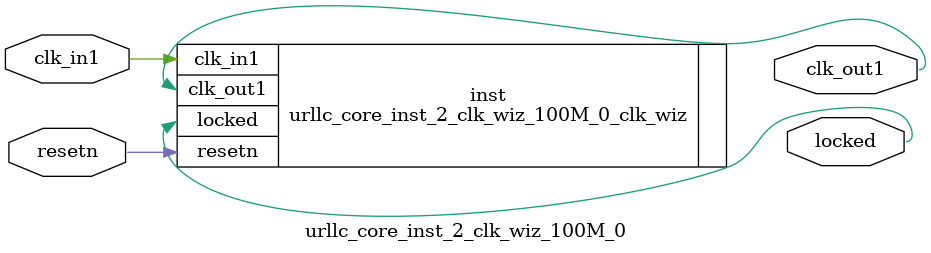
<source format=v>


`timescale 1ps/1ps

(* CORE_GENERATION_INFO = "urllc_core_inst_2_clk_wiz_100M_0,clk_wiz_v6_0_8_0_0,{component_name=urllc_core_inst_2_clk_wiz_100M_0,use_phase_alignment=true,use_min_o_jitter=false,use_max_i_jitter=false,use_dyn_phase_shift=false,use_inclk_switchover=false,use_dyn_reconfig=false,enable_axi=0,feedback_source=FDBK_AUTO,PRIMITIVE=PLL,num_out_clk=1,clkin1_period=20.000,clkin2_period=10.000,use_power_down=false,use_reset=true,use_locked=true,use_inclk_stopped=false,feedback_type=SINGLE,CLOCK_MGR_TYPE=NA,manual_override=false}" *)

module urllc_core_inst_2_clk_wiz_100M_0 
 (
  // Clock out ports
  output        clk_out1,
  // Status and control signals
  input         resetn,
  output        locked,
 // Clock in ports
  input         clk_in1
 );

  urllc_core_inst_2_clk_wiz_100M_0_clk_wiz inst
  (
  // Clock out ports  
  .clk_out1(clk_out1),
  // Status and control signals               
  .resetn(resetn), 
  .locked(locked),
 // Clock in ports
  .clk_in1(clk_in1)
  );

endmodule

</source>
